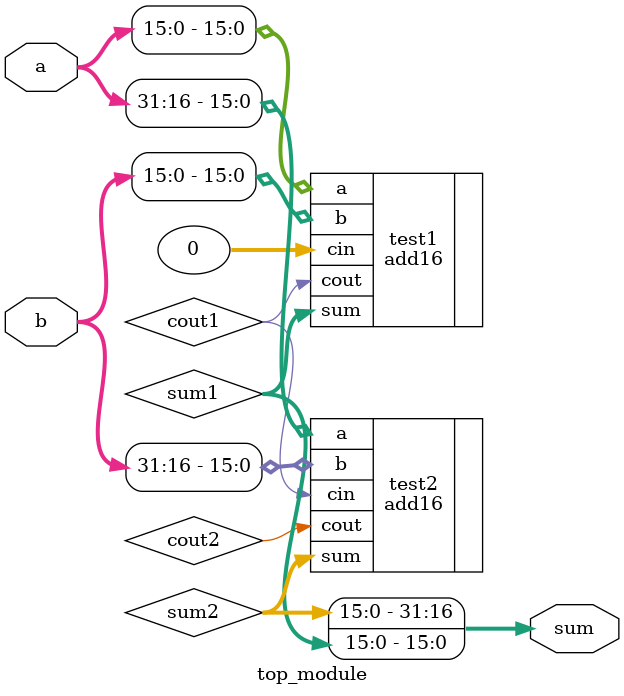
<source format=v>
module top_module (
    input  [31:0] a,
    input  [31:0] b,
    output [31:0] sum
);
  wire [15:0] sum1, sum2;

  wire cout1, cout2;
  add16 test1 (
      .a(a[15:0]),
      .b(b[15:0]),
      .cin(0),
      .sum(sum1),
      .cout(cout1)
  );
  add16 test2 (
      .a(a[31:16]),
      .b(b[31:16]),
      .cin(cout1),
      .sum(sum2),
      .cout(cout2)
  );
  assign sum = {sum2, sum1};
endmodule

</source>
